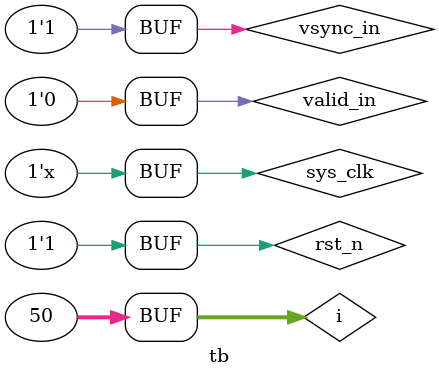
<source format=v>
`timescale 1ns / 1ps


module tb(

    );
    reg sys_clk;
    reg rst_n;
    reg valid_in;
    reg vsync_in;
    reg href_in      ;
    reg[15:0] R            ;
    reg[15:0]G            ;
    reg[15:0]B            ;
    wire[7:0] Y            ;
    wire   valid_out  ;
    wire   vsync_out  ;
    wire   href_out   ;
    integer  i;
initial begin
    rst_n=0;
    sys_clk=1;
    vsync_in=1;
    valid_in=0;
    #20
    rst_n=1;
    #20
    vsync_in=0;
    for(i=0;i<50;i=i+1)begin
        valid_in=~valid_in;
        #20;
    end 
    vsync_in=1;
end
always begin
    #10 sys_clk=~sys_clk;
end
always@ (posedge sys_clk or negedge  rst_n) begin
    if(!rst_n)begin
        R<=0;
        G<=0;
        B<=0;
    end
    else if(vsync_in==0)begin
        R<=R+1;
        B<=B+1;
        G<=G+1;
    end
end
Rgb_to_ycrcb uRgb_to_ycrcb(

  .sys_clk     (sys_clk) ,
  .rst_n       (rst_n) ,
  .valid_in    (valid_in) ,
  .vsync_in    (vsync_in) ,
  .href_in     () ,
  .R           (R) ,
  .G           (G) ,
  .B           (B) ,
  .Y           (Y) ,
  .  valid_out (valid_out) ,
  .  vsync_out (vsync_out) ,
  .  href_out  ()  
    );
endmodule

</source>
